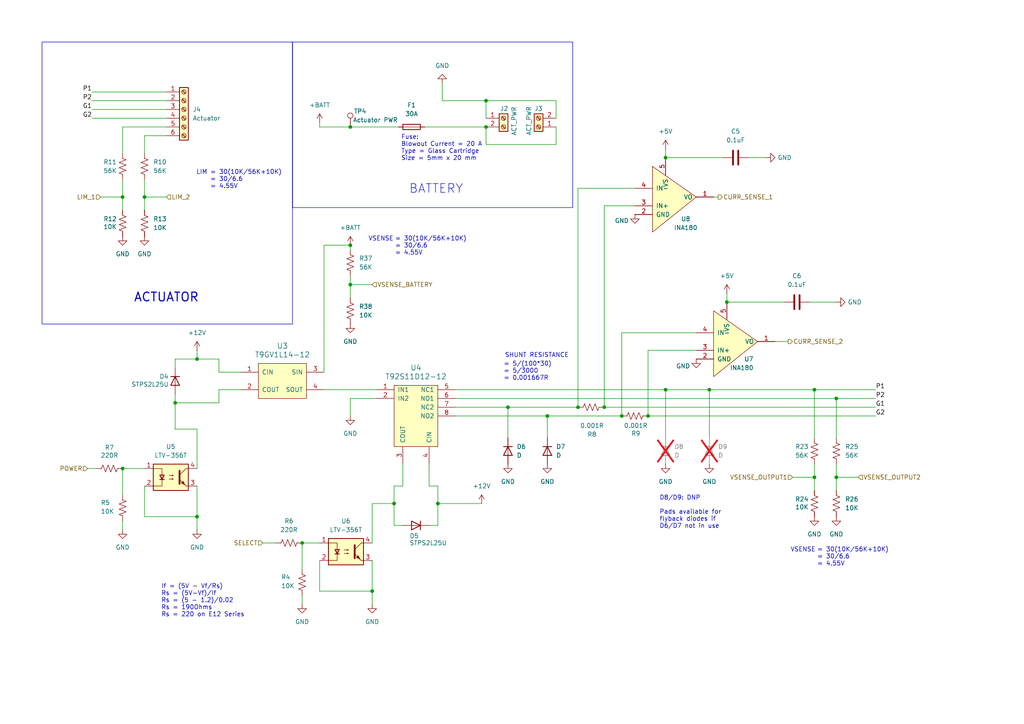
<source format=kicad_sch>
(kicad_sch (version 20231120) (generator "eeschema") (generator_version "8.0")
  (paper "A4")
  (lib_symbols
    (symbol "Connector:Screw_Terminal_01x02" (pin_names (offset 1.016) hide)
      (property "Reference" "J" (at 0 2.54 0))
      (property "Value" "Screw_Terminal_01x02" (at 0 -5.08 0))
      (symbol "Screw_Terminal_01x02_1_1"
        (rectangle (start -1.27 1.27) (end 1.27 -3.81) (stroke (width 0.254)) (fill (type background)))
        (circle (center 0 -2.54) (radius 0.635) (stroke (width 0.1524)))
        (polyline (pts (xy -0.5334 -2.2098) (xy 0.3302 -3.048)) (stroke (width 0.1524)))
        (polyline (pts (xy -0.5334 0.3302) (xy 0.3302 -0.508)) (stroke (width 0.1524)))
        (polyline (pts (xy -0.3556 -2.032) (xy 0.508 -2.8702)) (stroke (width 0.1524)))
        (polyline (pts (xy -0.3556 0.508) (xy 0.508 -0.3302)) (stroke (width 0.1524)))
        (circle (center 0 0) (radius 0.635) (stroke (width 0.1524)))
        (pin passive line (at -5.08 0 0) (length 3.81) (name "Pin_1") (number "1"))
        (pin passive line (at -5.08 -2.54 0) (length 3.81) (name "Pin_2") (number "2"))
      )
    )
    (symbol "Connector:Screw_Terminal_01x06" (pin_names (offset 1.016) hide)
      (property "Reference" "J" (at 0 7.62 0))
      (property "Value" "Screw_Terminal_01x06" (at 0 -10.16 0))
      (symbol "Screw_Terminal_01x06_1_1"
        (rectangle (start -1.27 6.35) (end 1.27 -8.89) (stroke (width 0.254)) (fill (type background)))
        (circle (center 0 -7.62) (radius 0.635) (stroke (width 0.1524)))
        (circle (center 0 -5.08) (radius 0.635) (stroke (width 0.1524)))
        (circle (center 0 -2.54) (radius 0.635) (stroke (width 0.1524)))
        (polyline (pts (xy -0.5334 -7.2898) (xy 0.3302 -8.128)) (stroke (width 0.1524)))
        (polyline (pts (xy -0.5334 -4.7498) (xy 0.3302 -5.588)) (stroke (width 0.1524)))
        (polyline (pts (xy -0.5334 -2.2098) (xy 0.3302 -3.048)) (stroke (width 0.1524)))
        (polyline (pts (xy -0.5334 0.3302) (xy 0.3302 -0.508)) (stroke (width 0.1524)))
        (polyline (pts (xy -0.5334 2.8702) (xy 0.3302 2.032)) (stroke (width 0.1524)))
        (polyline (pts (xy -0.5334 5.4102) (xy 0.3302 4.572)) (stroke (width 0.1524)))
        (polyline (pts (xy -0.3556 -7.112) (xy 0.508 -7.9502)) (stroke (width 0.1524)))
        (polyline (pts (xy -0.3556 -4.572) (xy 0.508 -5.4102)) (stroke (width 0.1524)))
        (polyline (pts (xy -0.3556 -2.032) (xy 0.508 -2.8702)) (stroke (width 0.1524)))
        (polyline (pts (xy -0.3556 0.508) (xy 0.508 -0.3302)) (stroke (width 0.1524)))
        (polyline (pts (xy -0.3556 3.048) (xy 0.508 2.2098)) (stroke (width 0.1524)))
        (polyline (pts (xy -0.3556 5.588) (xy 0.508 4.7498)) (stroke (width 0.1524)))
        (circle (center 0 0) (radius 0.635) (stroke (width 0.1524)))
        (circle (center 0 2.54) (radius 0.635) (stroke (width 0.1524)))
        (circle (center 0 5.08) (radius 0.635) (stroke (width 0.1524)))
        (pin passive line (at -5.08 5.08 0) (length 3.81) (name "Pin_1") (number "1"))
        (pin passive line (at -5.08 2.54 0) (length 3.81) (name "Pin_2") (number "2"))
        (pin passive line (at -5.08 0 0) (length 3.81) (name "Pin_3") (number "3"))
        (pin passive line (at -5.08 -2.54 0) (length 3.81) (name "Pin_4") (number "4"))
        (pin passive line (at -5.08 -5.08 0) (length 3.81) (name "Pin_5") (number "5"))
        (pin passive line (at -5.08 -7.62 0) (length 3.81) (name "Pin_6") (number "6"))
      )
    )
    (symbol "Connector:TestPoint" (pin_numbers hide) (pin_names (offset 0.762) hide)
      (property "Reference" "TP" (at 0 6.858 0))
      (property "Value" "TestPoint" (at 0 5.08 0))
      (symbol "TestPoint_0_1"
        (circle (center 0 3.302) (radius 0.762))
      )
      (symbol "TestPoint_1_1"
        (pin passive line (at 0 0 90) (length 2.54) (name "1") (number "1"))
      )
    )
    (symbol "Device:C" (pin_numbers hide) (pin_names (offset 0.254))
      (property "Reference" "C" (at 0.635 2.54 0))
      (property "Value" "C" (at 0.635 -2.54 0))
      (symbol "C_0_1"
        (polyline (pts (xy -2.032 -0.762) (xy 2.032 -0.762)) (stroke (width 0.508)))
        (polyline (pts (xy -2.032 0.762) (xy 2.032 0.762)) (stroke (width 0.508)))
      )
      (symbol "C_1_1"
        (pin passive line (at 0 3.81 270) (length 2.794) (name "~") (number "1"))
        (pin passive line (at 0 -3.81 90) (length 2.794) (name "~") (number "2"))
      )
    )
    (symbol "Device:D" (pin_numbers hide) (pin_names (offset 1.016) hide)
      (property "Reference" "D" (at 0 2.54 0))
      (property "Value" "D" (at 0 -2.54 0))
      (symbol "D_0_1"
        (polyline (pts (xy -1.27 1.27) (xy -1.27 -1.27)) (stroke (width 0.254)))
        (polyline (pts (xy 1.27 0) (xy -1.27 0)))
        (polyline (pts (xy 1.27 1.27) (xy 1.27 -1.27) (xy -1.27 0) (xy 1.27 1.27)) (stroke (width 0.254)))
      )
      (symbol "D_1_1"
        (pin passive line (at -3.81 0 0) (length 2.54) (name "K") (number "1"))
        (pin passive line (at 3.81 0 180) (length 2.54) (name "A") (number "2"))
      )
    )
    (symbol "Device:Fuse" (pin_numbers hide) (pin_names (offset 0))
      (property "Reference" "F" (at 2.032 0 90))
      (property "Value" "Fuse" (at -1.905 0 90))
      (symbol "Fuse_0_1"
        (rectangle (start -0.762 -2.54) (end 0.762 2.54) (stroke (width 0.254)))
        (polyline (pts (xy 0 2.54) (xy 0 -2.54)))
      )
      (symbol "Fuse_1_1"
        (pin passive line (at 0 3.81 270) (length 1.27) (name "~") (number "1"))
        (pin passive line (at 0 -3.81 90) (length 1.27) (name "~") (number "2"))
      )
    )
    (symbol "Device:R_US" (pin_numbers hide) (pin_names (offset 0))
      (property "Reference" "R" (at 2.54 0 90))
      (property "Value" "R_US" (at -2.54 0 90))
      (symbol "R_US_0_1"
        (polyline (pts (xy 0 -2.286) (xy 0 -2.54)))
        (polyline (pts (xy 0 2.286) (xy 0 2.54)))
        (polyline (pts (xy 0 -0.762) (xy 1.016 -1.143) (xy 0 -1.524) (xy -1.016 -1.905) (xy 0 -2.286)))
        (polyline (pts (xy 0 0.762) (xy 1.016 0.381) (xy 0 0) (xy -1.016 -0.381) (xy 0 -0.762)))
        (polyline (pts (xy 0 2.286) (xy 1.016 1.905) (xy 0 1.524) (xy -1.016 1.143) (xy 0 0.762)))
      )
      (symbol "R_US_1_1"
        (pin passive line (at 0 3.81 270) (length 1.27) (name "~") (number "1"))
        (pin passive line (at 0 -3.81 90) (length 1.27) (name "~") (number "2"))
      )
    )
    (symbol "Isolator:LTV-356T" (pin_names (offset 1.016))
      (property "Reference" "U" (at -5.334 4.826 0))
      (property "Value" "LTV-356T" (at 0 5.08 0))
      (symbol "LTV-356T_0_1"
        (rectangle (start -5.08 3.81) (end 5.08 -3.81) (stroke (width 0.254)) (fill (type background)))
        (polyline (pts (xy -3.175 -0.635) (xy -1.905 -0.635)) (stroke (width 0.254)))
        (polyline (pts (xy 2.54 0.635) (xy 4.445 2.54)))
        (polyline (pts (xy 4.445 -2.54) (xy 2.54 -0.635)) (fill (type outline)))
        (polyline (pts (xy 4.445 -2.54) (xy 5.08 -2.54)))
        (polyline (pts (xy 4.445 2.54) (xy 5.08 2.54)))
        (polyline (pts (xy -5.08 2.54) (xy -2.54 2.54) (xy -2.54 -0.762)))
        (polyline (pts (xy -2.54 -0.635) (xy -2.54 -2.54) (xy -5.08 -2.54)))
        (polyline (pts (xy 2.54 1.905) (xy 2.54 -1.905) (xy 2.54 -1.905)) (stroke (width 0.508)))
        (polyline (pts (xy -2.54 -0.635) (xy -3.175 0.635) (xy -1.905 0.635) (xy -2.54 -0.635)) (stroke (width 0.254)))
        (polyline (pts (xy -0.508 -0.508) (xy 0.762 -0.508) (xy 0.381 -0.635) (xy 0.381 -0.381) (xy 0.762 -0.508)))
        (polyline (pts (xy -0.508 0.508) (xy 0.762 0.508) (xy 0.381 0.381) (xy 0.381 0.635) (xy 0.762 0.508)))
        (polyline (pts (xy 3.048 -1.651) (xy 3.556 -1.143) (xy 4.064 -2.159) (xy 3.048 -1.651) (xy 3.048 -1.651)) (fill (type outline)))
      )
      (symbol "LTV-356T_1_1"
        (pin passive line (at -7.62 2.54 0) (length 2.54) (name "~") (number "1"))
        (pin passive line (at -7.62 -2.54 0) (length 2.54) (name "~") (number "2"))
        (pin passive line (at 7.62 -2.54 180) (length 2.54) (name "~") (number "3"))
        (pin passive line (at 7.62 2.54 180) (length 2.54) (name "~") (number "4"))
      )
    )
    (symbol "canhw:INA180" (pin_names (offset 1.016))
      (property "Reference" "U" (at -5.08 13.97 0))
      (property "Value" "INA180" (at -11.43 15.24 0))
      (symbol "INA180_0_1"
        (polyline (pts (xy 5.08 0) (xy -7.62 8.89)))
        (polyline (pts (xy -7.62 8.89) (xy -7.62 -10.16) (xy 5.08 0)) (fill (type background)))
      )
      (symbol "INA180_1_1"
        (pin output line (at 10.16 0 180) (length 5.08) (name "VO") (number "1"))
        (pin power_in line (at -12.7 -5.08 0) (length 5.08) (name "GND") (number "2"))
        (pin input line (at -12.7 -2.54 0) (length 5.08) (name "IN+") (number "3"))
        (pin input line (at -12.7 2.54 0) (length 5.08) (name "IN-") (number "4"))
        (pin power_in line (at -3.81 11.43 270) (length 5.08) (name "VS") (number "5"))
      )
    )
    (symbol "power:+12V" (power) (pin_numbers hide) (pin_names (offset 0) hide)
      (property "Value" "+12V" (at 0 3.556 0))
      (symbol "+12V_0_1"
        (polyline (pts (xy -0.762 1.27) (xy 0 2.54)))
        (polyline (pts (xy 0 0) (xy 0 2.54)))
        (polyline (pts (xy 0 2.54) (xy 0.762 1.27)))
      )
      (symbol "+12V_1_1"
        (pin power_in line (at 0 0 90) (length 0) (name "~") (number "1"))
      )
    )
    (symbol "power:+5V" (power) (pin_numbers hide) (pin_names (offset 0) hide)
      (property "Value" "+5V" (at 0 3.556 0))
      (symbol "+5V_0_1"
        (polyline (pts (xy -0.762 1.27) (xy 0 2.54)))
        (polyline (pts (xy 0 0) (xy 0 2.54)))
        (polyline (pts (xy 0 2.54) (xy 0.762 1.27)))
      )
      (symbol "+5V_1_1"
        (pin power_in line (at 0 0 90) (length 0) (name "~") (number "1"))
      )
    )
    (symbol "power:+BATT" (power) (pin_numbers hide) (pin_names (offset 0) hide)
      (property "Value" "+BATT" (at 0 3.556 0))
      (symbol "+BATT_0_1"
        (polyline (pts (xy -0.762 1.27) (xy 0 2.54)))
        (polyline (pts (xy 0 0) (xy 0 2.54)))
        (polyline (pts (xy 0 2.54) (xy 0.762 1.27)))
      )
      (symbol "+BATT_1_1"
        (pin power_in line (at 0 0 90) (length 0) (name "~") (number "1"))
      )
    )
    (symbol "power:GND" (power) (pin_numbers hide) (pin_names (offset 0) hide)
      (property "Value" "GND" (at 0 -3.81 0))
      (symbol "GND_0_1"
        (polyline (pts (xy 0 0) (xy 0 -1.27) (xy 1.27 -1.27) (xy 0 -2.54) (xy -1.27 -1.27) (xy 0 -1.27)))
      )
      (symbol "GND_1_1"
        (pin power_in line (at 0 0 270) (length 0) (name "~") (number "1"))
      )
    )
    (symbol "relay_board:SPST_POWER_RELAY" (pin_names (offset 1.016))
      (property "Reference" "U3" (at -0.635 2.54 0))
      (property "Value" "SPST_POWER_RELAY" (at -0.635 0 0))
      (symbol "SPST_POWER_RELAY_1_1"
        (rectangle (start -7.62 -2.54) (end 6.35 -12.7) (fill (type background)))
        (pin input line (at -12.7 -5.08 0) (length 5.08) (name "CIN") (number "1"))
        (pin output line (at -12.7 -10.16 0) (length 5.08) (name "COUT") (number "2"))
        (pin input line (at 11.43 -5.08 180) (length 5.08) (name "SIN") (number "3"))
        (pin output line (at 11.43 -10.16 180) (length 5.08) (name "SOUT") (number "4"))
      )
    )
    (symbol "relay_board:dpdt_relay" (pin_names (offset 1.016))
      (property "Reference" "U4" (at 0 2.54 0))
      (property "Value" "dpdt_relay" (at 0 0 0))
      (symbol "dpdt_relay_1_1"
        (rectangle (start -6.35 -2.54) (end 6.35 -20.32) (fill (type background)))
        (pin input line (at -11.43 -3.81 0) (length 5.08) (name "IN1") (number "1"))
        (pin input line (at -11.43 -6.35 0) (length 5.08) (name "IN2") (number "2"))
        (pin input line (at -3.81 -25.4 90) (length 5.08) (name "COUT") (number "3"))
        (pin input line (at 3.81 -25.4 90) (length 5.08) (name "CIN") (number "4"))
        (pin input line (at 11.43 -3.81 180) (length 5.08) (name "NC1") (number "5"))
        (pin input line (at 11.43 -6.35 180) (length 5.08) (name "NO1") (number "6"))
        (pin input line (at 11.43 -8.89 180) (length 5.08) (name "NC2") (number "7"))
        (pin input line (at 11.43 -11.43 180) (length 5.08) (name "NO2") (number "8"))
      )
    )
  )
  (junction (at 147.32 118.11))
  (junction (at 180.34 120.65))
  (junction (at 50.8 116.84))
  (junction (at 140.97 36.83))
  (junction (at 101.6 36.83))
  (junction (at 193.04 45.72))
  (junction (at 114.3 146.05))
  (junction (at 57.15 149.86))
  (junction (at 242.57 138.43))
  (junction (at 127 146.05))
  (junction (at 35.56 57.15))
  (junction (at 236.22 113.03))
  (junction (at 107.95 171.45))
  (junction (at 101.6 82.55))
  (junction (at 87.63 157.48))
  (junction (at 175.26 118.11))
  (junction (at 158.75 120.65))
  (junction (at 41.91 57.15))
  (junction (at 236.22 138.43))
  (junction (at 210.82 87.63))
  (junction (at 167.64 118.11))
  (junction (at 57.15 104.14))
  (junction (at 187.96 120.65))
  (junction (at 193.04 113.03))
  (junction (at 242.57 115.57))
  (junction (at 35.56 135.89))
  (junction (at 101.6 71.12))
  (junction (at 205.74 113.03))
  (junction (at 140.97 29.21))
  (wire (pts (xy 158.75 120.65) (xy 180.34 120.65)))
  (wire (pts (xy 180.34 96.52) (xy 180.34 120.65)))
  (wire (pts (xy 63.5 104.14) (xy 63.5 107.95)))
  (wire (pts (xy 234.95 87.63) (xy 242.57 87.63)))
  (wire (pts (xy 132.08 120.65) (xy 158.75 120.65)))
  (wire (pts (xy 210.82 85.09) (xy 210.82 87.63)))
  (wire (pts (xy 217.17 45.72) (xy 222.25 45.72)))
  (wire (pts (xy 50.8 104.14) (xy 50.8 106.68)))
  (wire (pts (xy 57.15 124.46) (xy 57.15 135.89)))
  (wire (pts (xy 57.15 104.14) (xy 63.5 104.14)))
  (wire (pts (xy 132.08 118.11) (xy 147.32 118.11)))
  (wire (pts (xy 147.32 118.11) (xy 147.32 127)))
  (wire (pts (xy 50.8 116.84) (xy 50.8 124.46)))
  (wire (pts (xy 207.01 57.15) (xy 208.28 57.15)))
  (wire (pts (xy 161.29 41.91) (xy 140.97 41.91)))
  (wire (pts (xy 124.46 152.4) (xy 127 152.4)))
  (wire (pts (xy 140.97 34.29) (xy 140.97 29.21)))
  (wire (pts (xy 87.63 157.48) (xy 92.71 157.48)))
  (wire (pts (xy 93.98 113.03) (xy 109.22 113.03)))
  (wire (pts (xy 26.67 31.75) (xy 48.26 31.75)))
  (wire (pts (xy 35.56 135.89) (xy 41.91 135.89)))
  (wire (pts (xy 205.74 113.03) (xy 205.74 127)))
  (wire (pts (xy 25.4 135.89) (xy 27.94 135.89)))
  (wire (pts (xy 175.26 59.69) (xy 184.15 59.69)))
  (wire (pts (xy 50.8 116.84) (xy 63.5 116.84)))
  (wire (pts (xy 35.56 57.15) (xy 35.56 60.96)))
  (wire (pts (xy 140.97 36.83) (xy 123.19 36.83)))
  (wire (pts (xy 57.15 149.86) (xy 57.15 153.67)))
  (wire (pts (xy 127 146.05) (xy 127 140.97)))
  (wire (pts (xy 242.57 138.43) (xy 242.57 142.24)))
  (wire (pts (xy 41.91 57.15) (xy 48.26 57.15)))
  (wire (pts (xy 101.6 82.55) (xy 101.6 86.36)))
  (wire (pts (xy 26.67 34.29) (xy 48.26 34.29)))
  (wire (pts (xy 57.15 140.97) (xy 57.15 149.86)))
  (wire (pts (xy 114.3 152.4) (xy 116.84 152.4)))
  (wire (pts (xy 35.56 36.83) (xy 35.56 44.45)))
  (wire (pts (xy 224.79 99.06) (xy 228.6 99.06)))
  (wire (pts (xy 107.95 146.05) (xy 114.3 146.05)))
  (wire (pts (xy 187.96 101.6) (xy 187.96 120.65)))
  (wire (pts (xy 101.6 36.83) (xy 115.57 36.83)))
  (wire (pts (xy 242.57 115.57) (xy 242.57 127)))
  (wire (pts (xy 35.56 135.89) (xy 35.56 143.51)))
  (wire (pts (xy 93.98 71.12) (xy 101.6 71.12)))
  (wire (pts (xy 114.3 146.05) (xy 114.3 152.4)))
  (wire (pts (xy 147.32 118.11) (xy 167.64 118.11)))
  (wire (pts (xy 210.82 87.63) (xy 227.33 87.63)))
  (wire (pts (xy 236.22 134.62) (xy 236.22 138.43)))
  (wire (pts (xy 193.04 43.18) (xy 193.04 45.72)))
  (wire (pts (xy 140.97 29.21) (xy 161.29 29.21)))
  (wire (pts (xy 193.04 113.03) (xy 193.04 127)))
  (wire (pts (xy 101.6 80.01) (xy 101.6 82.55)))
  (wire (pts (xy 57.15 101.6) (xy 57.15 104.14)))
  (wire (pts (xy 76.2 157.48) (xy 80.01 157.48)))
  (wire (pts (xy 175.26 59.69) (xy 175.26 118.11)))
  (wire (pts (xy 92.71 35.56) (xy 92.71 36.83)))
  (wire (pts (xy 107.95 162.56) (xy 107.95 171.45)))
  (wire (pts (xy 101.6 82.55) (xy 107.95 82.55)))
  (wire (pts (xy 41.91 140.97) (xy 41.91 149.86)))
  (wire (pts (xy 114.3 140.97) (xy 116.84 140.97)))
  (wire (pts (xy 63.5 113.03) (xy 69.85 113.03)))
  (wire (pts (xy 193.04 113.03) (xy 205.74 113.03)))
  (wire (pts (xy 242.57 115.57) (xy 254 115.57)))
  (wire (pts (xy 180.34 96.52) (xy 201.93 96.52)))
  (wire (pts (xy 140.97 29.21) (xy 128.27 29.21)))
  (wire (pts (xy 29.21 57.15) (xy 35.56 57.15)))
  (wire (pts (xy 205.74 113.03) (xy 236.22 113.03)))
  (wire (pts (xy 127 140.97) (xy 124.46 140.97)))
  (wire (pts (xy 236.22 138.43) (xy 236.22 142.24)))
  (wire (pts (xy 114.3 146.05) (xy 114.3 140.97)))
  (wire (pts (xy 93.98 71.12) (xy 93.98 107.95)))
  (wire (pts (xy 236.22 113.03) (xy 236.22 127)))
  (wire (pts (xy 132.08 113.03) (xy 193.04 113.03)))
  (wire (pts (xy 87.63 172.72) (xy 87.63 175.26)))
  (wire (pts (xy 87.63 157.48) (xy 87.63 165.1)))
  (wire (pts (xy 229.87 138.43) (xy 236.22 138.43)))
  (wire (pts (xy 161.29 36.83) (xy 161.29 41.91)))
  (wire (pts (xy 41.91 52.07) (xy 41.91 57.15)))
  (wire (pts (xy 132.08 115.57) (xy 242.57 115.57)))
  (wire (pts (xy 41.91 39.37) (xy 41.91 44.45)))
  (wire (pts (xy 158.75 120.65) (xy 158.75 127)))
  (wire (pts (xy 101.6 72.39) (xy 101.6 71.12)))
  (wire (pts (xy 35.56 151.13) (xy 35.56 153.67)))
  (wire (pts (xy 242.57 134.62) (xy 242.57 138.43)))
  (wire (pts (xy 26.67 26.67) (xy 48.26 26.67)))
  (wire (pts (xy 175.26 118.11) (xy 254 118.11)))
  (wire (pts (xy 167.64 54.61) (xy 167.64 118.11)))
  (wire (pts (xy 167.64 54.61) (xy 184.15 54.61)))
  (wire (pts (xy 236.22 113.03) (xy 254 113.03)))
  (wire (pts (xy 127 152.4) (xy 127 146.05)))
  (wire (pts (xy 50.8 124.46) (xy 57.15 124.46)))
  (wire (pts (xy 127 146.05) (xy 139.7 146.05)))
  (wire (pts (xy 140.97 41.91) (xy 140.97 36.83)))
  (wire (pts (xy 35.56 52.07) (xy 35.56 57.15)))
  (wire (pts (xy 116.84 140.97) (xy 116.84 134.62)))
  (wire (pts (xy 48.26 39.37) (xy 41.91 39.37)))
  (wire (pts (xy 50.8 104.14) (xy 57.15 104.14)))
  (wire (pts (xy 92.71 36.83) (xy 101.6 36.83)))
  (wire (pts (xy 41.91 57.15) (xy 41.91 60.96)))
  (wire (pts (xy 101.6 115.57) (xy 101.6 120.65)))
  (wire (pts (xy 48.26 36.83) (xy 35.56 36.83)))
  (wire (pts (xy 107.95 171.45) (xy 107.95 175.26)))
  (wire (pts (xy 26.67 29.21) (xy 48.26 29.21)))
  (wire (pts (xy 63.5 107.95) (xy 69.85 107.95)))
  (wire (pts (xy 161.29 29.21) (xy 161.29 34.29)))
  (wire (pts (xy 41.91 149.86) (xy 57.15 149.86)))
  (wire (pts (xy 92.71 162.56) (xy 92.71 171.45)))
  (wire (pts (xy 109.22 115.57) (xy 101.6 115.57)))
  (wire (pts (xy 107.95 146.05) (xy 107.95 157.48)))
  (wire (pts (xy 128.27 24.13) (xy 128.27 29.21)))
  (wire (pts (xy 242.57 138.43) (xy 248.92 138.43)))
  (wire (pts (xy 193.04 45.72) (xy 209.55 45.72)))
  (wire (pts (xy 63.5 116.84) (xy 63.5 113.03)))
  (wire (pts (xy 124.46 140.97) (xy 124.46 134.62)))
  (wire (pts (xy 92.71 171.45) (xy 107.95 171.45)))
  (wire (pts (xy 187.96 120.65) (xy 254 120.65)))
  (wire (pts (xy 50.8 114.3) (xy 50.8 116.84)))
  (wire (pts (xy 187.96 101.6) (xy 201.93 101.6)))
  (rectangle (start 12.192 12.192) (end 84.836 93.98))
  (rectangle (start 84.836 12.192) (end 166.116 60.198))
  (text "If = (5V - Vf/Rs)\nRs = (5V-Vf)/If\nRs = (5 - 1.2)/0.02\nRs = 190Ohms\nRs = 220 on E12 Series" (at 46.736 174.244 0) (effects (font (size 1.27 1.27)) (justify left)))
  (text "= 5/(100*30)\n= 5/3000\n= 0.001667R" (at 146.05 107.696 0) (effects (font (size 1.27 1.27)) (justify left)))
  (text "LIM" (at 56.896 50.038 0) (effects (font (size 1.27 1.27)) (justify left)))
  (text "Fuse: \nBlowout Current = 20 A\nType = Glass Cartridge\nSize = 5mm x 20 mm" (at 116.332 42.926 0) (effects (font (size 1.27 1.27)) (justify left)))
  (text "SHUNT RESISTANCE" (at 155.702 103.124 0) (effects (font (size 1.27 1.27))))
  (text "VSENSE" (at 232.918 159.512 0) (effects (font (size 1.27 1.27))))
  (text "ACTUATOR" (at 48.26 86.36 0) (effects (font (size 2.54 2.54) (thickness 0.3175))))
  (text "D8/D9: DNP\n\nPads available for \nflyback diodes if \nD6/D7 not in use" (at 191.262 148.59 0) (effects (font (size 1.27 1.27)) (justify left)))
  (text "= 30(10K/56K+10K)\n= 30/6.6\n= 4.55V" (at 114.554 71.374 0) (effects (font (size 1.27 1.27)) (justify left)))
  (text "BATTERY" (at 126.492 54.864 0) (effects (font (size 2.54 2.54))))
  (text "= 30(10K/56K+10K)\n= 30/6.6\n= 4.55V" (at 60.96 52.07 0) (effects (font (size 1.27 1.27)) (justify left)))
  (text "VSENSE" (at 110.49 69.342 0) (effects (font (size 1.27 1.27))))
  (text "= 30(10K/56K+10K)\n= 30/6.6\n= 4.55V" (at 236.982 161.544 0) (effects (font (size 1.27 1.27)) (justify left)))
  (label "P2" (at 254 115.57 0))
  (label "G2" (at 26.67 34.29 180))
  (label "G2" (at 254 120.65 0))
  (label "P2" (at 26.67 29.21 180))
  (label "P1" (at 26.67 26.67 180))
  (label "P1" (at 254 113.03 0))
  (label "G1" (at 26.67 31.75 180))
  (label "G1" (at 254 118.11 0))
  (hierarchical_label "POWER" (shape input) (at 25.4 135.89 180))
  (hierarchical_label "LIM_2" (shape input) (at 48.26 57.15 0))
  (hierarchical_label "VSENSE_OUTPUT2" (shape input) (at 248.92 138.43 0))
  (hierarchical_label "CURR_SENSE_2" (shape output) (at 228.6 99.06 0))
  (hierarchical_label "SELECT" (shape input) (at 76.2 157.48 180))
  (hierarchical_label "VSENSE_OUTPUT1" (shape input) (at 229.87 138.43 180))
  (hierarchical_label "LIM_1" (shape input) (at 29.21 57.15 180))
  (hierarchical_label "CURR_SENSE_1" (shape output) (at 208.28 57.15 0))
  (hierarchical_label "VSENSE_BATTERY" (shape input) (at 107.95 82.55 0))
  (symbol (lib_id "power:GND") (at 101.6 93.98 0) (unit 1)
    (property "Reference" "#PWR073" (effects (hide yes)))
    (property "Value" "GND" (at 101.6 99.06 0))
    (property "Description" "Power symbol creates a global label with name \"GND\" , ground" (effects (hide yes)))
  )
  (symbol (lib_id "Connector:TestPoint") (at 101.6 36.83 0) (unit 1)
    (property "Reference" "TP4" (at 102.616 32.258 0) (effects (justify left)))
    (property "Value" "Actuator PWR" (at 102.362 34.798 0) (effects (justify left)))
    (property "Footprint" "TestPoint:TestPoint_Keystone_5000-5004_Miniature" (effects (hide yes)))
    (property "Description" "test point" (effects (hide yes)))
  )
  (symbol (lib_id "power:+12V") (at 57.15 101.6 0) (unit 1)
    (property "Reference" "#PWR053" (effects (hide yes)))
    (property "Value" "+12V" (at 57.15 96.52 0))
    (property "Description" "Power symbol creates a global label with name \"+12V\"" (effects (hide yes)))
  )
  (symbol (lib_id "Device:R_US") (at 101.6 90.17 180) (unit 1)
    (property "Reference" "R38" (at 104.14 88.8999 0) (effects (justify right)))
    (property "Value" "10K" (at 104.14 91.44 0) (effects (justify right)))
    (property "Footprint" "Resistor_SMD:R_0805_2012Metric_Pad1.20x1.40mm_HandSolder" (effects (hide yes)))
    (property "Description" "Resistor, US symbol" (effects (hide yes)))
  )
  (symbol (lib_id "relay_board:dpdt_relay") (at 120.65 109.22 0) (unit 1)
    (property "Reference" "U4" (at 120.65 106.68 0) (effects (font (size 1.524 1.524))))
    (property "Value" "T92S11D12-12" (at 120.65 109.22 0) (effects (font (size 1.524 1.524))))
    (property "Footprint" "footprints:RELAY8-T92-MODULE" (effects (hide yes)))
  )
  (symbol (lib_id "power:GND") (at 242.57 87.63 90) (unit 1)
    (property "Reference" "#PWR035" (effects (hide yes)))
    (property "Value" "GND" (at 247.904 87.63 90))
    (property "Description" "Power symbol creates a global label with name \"GND\" , ground" (effects (hide yes)))
  )
  (symbol (lib_id "Device:C") (at 213.36 45.72 90) (unit 1)
    (property "Reference" "C5" (at 213.36 38.1 90))
    (property "Value" "0.1uF" (at 213.36 40.64 90))
    (property "Footprint" "Capacitor_SMD:C_0805_2012Metric_Pad1.18x1.45mm_HandSolder" (effects (hide yes)))
    (property "Description" "Unpolarized capacitor" (effects (hide yes)))
  )
  (symbol (lib_id "canhw:INA180") (at 196.85 57.15 0) (unit 1)
    (property "Reference" "U8" (at 198.882 63.5 0))
    (property "Value" "INA180" (at 198.882 66.04 0))
    (property "Footprint" "Package_TO_SOT_SMD:SOT-23-5_HandSoldering" (effects (hide yes)))
  )
  (symbol (lib_id "Device:R_US") (at 41.91 48.26 180) (unit 1)
    (property "Reference" "R10" (at 44.45 46.9899 0) (effects (justify right)))
    (property "Value" "56K" (at 44.45 49.5299 0) (effects (justify right)))
    (property "Footprint" "Resistor_SMD:R_0805_2012Metric_Pad1.20x1.40mm_HandSolder" (effects (hide yes)))
    (property "Description" "Resistor, US symbol" (effects (hide yes)))
  )
  (symbol (lib_id "Device:Fuse") (at 119.38 36.83 90) (unit 1)
    (property "Reference" "F1" (at 119.38 30.48 90))
    (property "Value" "30A" (at 119.38 33.02 90))
    (property "Footprint" "footprints:3557-10_KEY" (effects (hide yes)))
    (property "Description" "Fuse" (effects (hide yes)))
  )
  (symbol (lib_id "Device:R_US") (at 242.57 130.81 180) (unit 1)
    (property "Reference" "R25" (at 245.11 129.5399 0) (effects (justify right)))
    (property "Value" "56K" (at 245.11 132.0799 0) (effects (justify right)))
    (property "Footprint" "Resistor_SMD:R_0805_2012Metric_Pad1.20x1.40mm_HandSolder" (effects (hide yes)))
    (property "Description" "Resistor, US symbol" (effects (hide yes)))
  )
  (symbol (lib_id "Device:R_US") (at 242.57 146.05 180) (unit 1)
    (property "Reference" "R26" (at 245.11 144.7799 0) (effects (justify right)))
    (property "Value" "10K" (at 245.11 147.32 0) (effects (justify right)))
    (property "Footprint" "Resistor_SMD:R_0805_2012Metric_Pad1.20x1.40mm_HandSolder" (effects (hide yes)))
    (property "Description" "Resistor, US symbol" (effects (hide yes)))
  )
  (symbol (lib_id "Device:R_US") (at 171.45 118.11 90) (unit 1)
    (property "Reference" "R8" (at 171.704 125.984 90))
    (property "Value" "0.001R" (at 171.704 123.444 90))
    (property "Footprint" "Resistor_SMD:R_0805_2012Metric_Pad1.20x1.40mm_HandSolder" (effects (hide yes)))
    (property "Description" "Resistor, US symbol" (effects (hide yes)))
  )
  (symbol (lib_id "power:GND") (at 201.93 104.14 0) (unit 1)
    (property "Reference" "#PWR030" (effects (hide yes)))
    (property "Value" "GND" (at 198.12 106.172 0))
    (property "Description" "Power symbol creates a global label with name \"GND\" , ground" (effects (hide yes)))
  )
  (symbol (lib_id "Device:R_US") (at 236.22 130.81 0) (unit 1)
    (property "Reference" "R23" (at 230.632 129.54 0) (effects (justify left)))
    (property "Value" "56K" (at 230.632 132.08 0) (effects (justify left)))
    (property "Footprint" "Resistor_SMD:R_0805_2012Metric_Pad1.20x1.40mm_HandSolder" (effects (hide yes)))
    (property "Description" "Resistor, US symbol" (effects (hide yes)))
  )
  (symbol (lib_id "power:GND") (at 205.74 134.62 0) (unit 1)
    (property "Reference" "#PWR029" (effects (hide yes)))
    (property "Value" "GND" (at 205.74 139.7 0))
    (property "Description" "Power symbol creates a global label with name \"GND\" , ground" (effects (hide yes)))
  )
  (symbol (lib_id "Device:C") (at 231.14 87.63 90) (unit 1)
    (property "Reference" "C6" (at 231.14 80.01 90))
    (property "Value" "0.1uF" (at 231.14 82.55 90))
    (property "Footprint" "Capacitor_SMD:C_0805_2012Metric_Pad1.18x1.45mm_HandSolder" (effects (hide yes)))
    (property "Description" "Unpolarized capacitor" (effects (hide yes)))
  )
  (symbol (lib_id "Connector:Screw_Terminal_01x06") (at 53.34 31.75 0) (unit 1)
    (property "Reference" "J4" (at 55.88 31.7499 0) (effects (justify left)))
    (property "Value" "Actuator" (at 55.88 34.2899 0) (effects (justify left)))
    (property "Footprint" "TerminalBlock_Phoenix:TerminalBlock_Phoenix_MKDS-1,5-6_1x06_P5.00mm_Horizontal" (effects (hide yes)))
    (property "Description" "Generic screw terminal, single row, 01x06, script generated (kicad-library-utils/schlib/autogen/connector/)" (effects (hide yes)))
  )
  (symbol (lib_id "Device:R_US") (at 35.56 147.32 0) (unit 1)
    (property "Reference" "R5" (at 29.21 145.796 0) (effects (justify left)))
    (property "Value" "10K" (at 29.21 148.336 0) (effects (justify left)))
    (property "Footprint" "Resistor_SMD:R_0805_2012Metric_Pad1.20x1.40mm_HandSolder" (effects (hide yes)))
    (property "Description" "Resistor, US symbol" (effects (hide yes)))
  )
  (symbol (lib_id "Device:R_US") (at 83.82 157.48 90) (unit 1)
    (property "Reference" "R6" (at 83.82 151.13 90))
    (property "Value" "220R" (at 83.82 153.67 90))
    (property "Footprint" "Resistor_SMD:R_0805_2012Metric_Pad1.20x1.40mm_HandSolder" (effects (hide yes)))
    (property "Description" "Resistor, US symbol" (effects (hide yes)))
  )
  (symbol (lib_id "power:GND") (at 35.56 153.67 0) (unit 1)
    (property "Reference" "#PWR020" (effects (hide yes)))
    (property "Value" "GND" (at 35.56 158.75 0))
    (property "Description" "Power symbol creates a global label with name \"GND\" , ground" (effects (hide yes)))
  )
  (symbol (lib_id "power:+12V") (at 139.7 146.05 0) (unit 1)
    (property "Reference" "#PWR023" (effects (hide yes)))
    (property "Value" "+12V" (at 139.7 140.97 0))
    (property "Description" "Power symbol creates a global label with name \"+12V\"" (effects (hide yes)))
  )
  (symbol (lib_id "power:GND") (at 222.25 45.72 90) (unit 1)
    (property "Reference" "#PWR034" (effects (hide yes)))
    (property "Value" "GND" (at 227.584 45.72 90))
    (property "Description" "Power symbol creates a global label with name \"GND\" , ground" (effects (hide yes)))
  )
  (symbol (lib_id "power:+5V") (at 193.04 43.18 0) (unit 1)
    (property "Reference" "#PWR033" (effects (hide yes)))
    (property "Value" "+5V" (at 193.04 38.1 0))
    (property "Description" "Power symbol creates a global label with name \"+5V\"" (effects (hide yes)))
  )
  (symbol (lib_id "power:+BATT") (at 92.71 35.56 0) (unit 1)
    (property "Reference" "#PWR054" (effects (hide yes)))
    (property "Value" "+BATT" (at 92.71 30.48 0))
    (property "Description" "Power symbol creates a global label with name \"+BATT\"" (effects (hide yes)))
  )
  (symbol (lib_id "Device:R_US") (at 41.91 64.77 180) (unit 1)
    (property "Reference" "R13" (at 44.45 63.4999 0) (effects (justify right)))
    (property "Value" "10K" (at 44.45 66.04 0) (effects (justify right)))
    (property "Footprint" "Resistor_SMD:R_0805_2012Metric_Pad1.20x1.40mm_HandSolder" (effects (hide yes)))
    (property "Description" "Resistor, US symbol" (effects (hide yes)))
  )
  (symbol (lib_id "power:GND") (at 35.56 68.58 0) (unit 1)
    (property "Reference" "#PWR036" (effects (hide yes)))
    (property "Value" "GND" (at 35.56 73.66 0))
    (property "Description" "Power symbol creates a global label with name \"GND\" , ground" (effects (hide yes)))
  )
  (symbol (lib_id "power:+BATT") (at 101.6 71.12 0) (unit 1)
    (property "Reference" "#PWR017" (effects (hide yes)))
    (property "Value" "+BATT" (at 101.6 66.04 0))
    (property "Description" "Power symbol creates a global label with name \"+BATT\"" (effects (hide yes)))
  )
  (symbol (lib_id "Device:R_US") (at 31.75 135.89 90) (unit 1)
    (property "Reference" "R7" (at 31.75 129.794 90))
    (property "Value" "220R" (at 31.75 132.08 90))
    (property "Footprint" "Resistor_SMD:R_0805_2012Metric_Pad1.20x1.40mm_HandSolder" (effects (hide yes)))
    (property "Description" "Resistor, US symbol" (effects (hide yes)))
  )
  (symbol (lib_id "Connector:Screw_Terminal_01x02") (at 146.05 34.29 0) (unit 1)
    (property "Reference" "J2" (at 145.034 31.496 0) (effects (justify left)))
    (property "Value" "ACT_PWR" (at 149.098 39.37 90) (effects (justify left)))
    (property "Footprint" "TerminalBlock_Phoenix:TerminalBlock_Phoenix_MKDS-1,5-2-5.08_1x02_P5.08mm_Horizontal" (effects (hide yes)))
    (property "Description" "Generic screw terminal, single row, 01x02, script generated (kicad-library-utils/schlib/autogen/connector/)" (effects (hide yes)))
  )
  (symbol (lib_id "Isolator:LTV-356T") (at 49.53 138.43 0) (unit 1)
    (property "Reference" "U5" (at 49.53 129.54 0))
    (property "Value" "LTV-356T" (at 49.53 132.08 0))
    (property "Footprint" "Package_SO:SO-4_4.4x3.6mm_P2.54mm" (effects (hide yes)))
    (property "Datasheet" "http://optoelectronics.liteon.com/upload/download/DS70-2001-010/S_110_LTV-356T%2020140520.pdf" (effects (hide yes)))
    (property "Description" "DC Optocoupler, Vce 80V, CTR 50%, SO-4" (effects (hide yes)))
  )
  (symbol (lib_id "canhw:INA180") (at 214.63 99.06 0) (unit 1)
    (property "Reference" "U7" (at 217.17 104.14 0))
    (property "Value" "INA180" (at 215.138 106.68 0))
    (property "Footprint" "Package_TO_SOT_SMD:SOT-23-5_HandSoldering" (effects (hide yes)))
  )
  (symbol (lib_id "Device:R_US") (at 35.56 64.77 0) (unit 1)
    (property "Reference" "R12" (at 29.972 63.5 0) (effects (justify left)))
    (property "Value" "10K" (at 29.972 65.786 0) (effects (justify left)))
    (property "Footprint" "Resistor_SMD:R_0805_2012Metric_Pad1.20x1.40mm_HandSolder" (effects (hide yes)))
    (property "Description" "Resistor, US symbol" (effects (hide yes)))
  )
  (symbol (lib_id "power:GND") (at 147.32 134.62 0) (unit 1)
    (property "Reference" "#PWR026" (effects (hide yes)))
    (property "Value" "GND" (at 147.32 139.7 0))
    (property "Description" "Power symbol creates a global label with name \"GND\" , ground" (effects (hide yes)))
  )
  (symbol (lib_id "power:GND") (at 128.27 24.13 180) (unit 1)
    (property "Reference" "#PWR025" (effects (hide yes)))
    (property "Value" "GND" (at 128.27 19.05 0))
    (property "Description" "Power symbol creates a global label with name \"GND\" , ground" (effects (hide yes)))
  )
  (symbol (lib_id "Device:D") (at 147.32 130.81 270) (unit 1)
    (property "Reference" "D6" (at 149.86 129.5399 90) (effects (justify left)))
    (property "Value" "D" (at 149.86 132.0799 90) (effects (justify left)))
    (property "Footprint" "Diode_SMD:D_SMB_Handsoldering" (effects (hide yes)))
    (property "Description" "Diode" (effects (hide yes)))
    (property "Sim.Device" "D" (effects (hide yes)))
    (property "Sim.Pins" "1=K 2=A" (effects (hide yes)))
  )
  (symbol (lib_id "relay_board:SPST_POWER_RELAY") (at 82.55 102.87 0) (unit 1)
    (property "Reference" "U3" (at 81.915 100.33 0) (effects (font (size 1.524 1.524))))
    (property "Value" "T9GV1L14-12" (at 81.915 102.87 0) (effects (font (size 1.524 1.524))))
    (property "Footprint" "footprints:T9GV1L1412" (effects (hide yes)))
  )
  (symbol (lib_id "power:GND") (at 57.15 153.67 0) (unit 1)
    (property "Reference" "#PWR019" (effects (hide yes)))
    (property "Value" "GND" (at 57.15 158.75 0))
    (property "Description" "Power symbol creates a global label with name \"GND\" , ground" (effects (hide yes)))
  )
  (symbol (lib_id "Device:R_US") (at 184.15 120.65 90) (unit 1)
    (property "Reference" "R9" (at 184.404 125.73 90))
    (property "Value" "0.001R" (at 184.404 123.444 90))
    (property "Footprint" "Resistor_SMD:R_0805_2012Metric_Pad1.20x1.40mm_HandSolder" (effects (hide yes)))
    (property "Description" "Resistor, US symbol" (effects (hide yes)))
  )
  (symbol (lib_id "Device:D") (at 205.74 130.81 270) (unit 1) (dnp yes)
    (property "Reference" "D9" (at 208.28 129.5399 90) (effects (justify left)))
    (property "Value" "D" (at 208.28 132.0799 90) (effects (justify left)))
    (property "Footprint" "Diode_SMD:D_SMB_Handsoldering" (effects (hide yes)))
    (property "Description" "Diode" (effects (hide yes)))
    (property "Sim.Device" "D" (effects (hide yes)))
    (property "Sim.Pins" "1=K 2=A" (effects (hide yes)))
  )
  (symbol (lib_id "power:GND") (at 184.15 62.23 0) (unit 1)
    (property "Reference" "#PWR031" (effects (hide yes)))
    (property "Value" "GND" (at 180.34 64.008 0))
    (property "Description" "Power symbol creates a global label with name \"GND\" , ground" (effects (hide yes)))
  )
  (symbol (lib_id "Device:R_US") (at 87.63 168.91 0) (unit 1)
    (property "Reference" "R4" (at 81.534 167.386 0) (effects (justify left)))
    (property "Value" "10K" (at 81.534 169.926 0) (effects (justify left)))
    (property "Footprint" "Resistor_SMD:R_0805_2012Metric_Pad1.20x1.40mm_HandSolder" (effects (hide yes)))
    (property "Description" "Resistor, US symbol" (effects (hide yes)))
  )
  (symbol (lib_id "Device:R_US") (at 101.6 76.2 180) (unit 1)
    (property "Reference" "R37" (at 104.14 74.9299 0) (effects (justify right)))
    (property "Value" "56K" (at 104.14 77.4699 0) (effects (justify right)))
    (property "Footprint" "Resistor_SMD:R_0805_2012Metric_Pad1.20x1.40mm_HandSolder" (effects (hide yes)))
    (property "Description" "Resistor, US symbol" (effects (hide yes)))
  )
  (symbol (lib_id "Device:R_US") (at 236.22 146.05 0) (unit 1)
    (property "Reference" "R24" (at 230.632 144.78 0) (effects (justify left)))
    (property "Value" "10K" (at 230.632 147.066 0) (effects (justify left)))
    (property "Footprint" "Resistor_SMD:R_0805_2012Metric_Pad1.20x1.40mm_HandSolder" (effects (hide yes)))
    (property "Description" "Resistor, US symbol" (effects (hide yes)))
  )
  (symbol (lib_id "power:GND") (at 87.63 175.26 0) (unit 1)
    (property "Reference" "#PWR021" (effects (hide yes)))
    (property "Value" "GND" (at 87.63 180.34 0))
    (property "Description" "Power symbol creates a global label with name \"GND\" , ground" (effects (hide yes)))
  )
  (symbol (lib_id "Connector:Screw_Terminal_01x02") (at 156.21 36.83 180) (unit 1)
    (property "Reference" "J3" (at 156.21 31.496 0))
    (property "Value" "ACT_PWR" (at 153.416 35.052 90))
    (property "Footprint" "TerminalBlock_Phoenix:TerminalBlock_Phoenix_MKDS-1,5-2-5.08_1x02_P5.08mm_Horizontal" (effects (hide yes)))
    (property "Description" "Generic screw terminal, single row, 01x02, script generated (kicad-library-utils/schlib/autogen/connector/)" (effects (hide yes)))
  )
  (symbol (lib_id "power:GND") (at 193.04 134.62 0) (unit 1)
    (property "Reference" "#PWR028" (effects (hide yes)))
    (property "Value" "GND" (at 193.04 139.7 0))
    (property "Description" "Power symbol creates a global label with name \"GND\" , ground" (effects (hide yes)))
  )
  (symbol (lib_id "Device:D") (at 158.75 130.81 270) (unit 1)
    (property "Reference" "D7" (at 161.29 129.5399 90) (effects (justify left)))
    (property "Value" "D" (at 161.29 132.0799 90) (effects (justify left)))
    (property "Footprint" "Diode_SMD:D_SMB_Handsoldering" (effects (hide yes)))
    (property "Description" "Diode" (effects (hide yes)))
    (property "Sim.Device" "D" (effects (hide yes)))
    (property "Sim.Pins" "1=K 2=A" (effects (hide yes)))
  )
  (symbol (lib_id "Device:D") (at 193.04 130.81 270) (unit 1) (dnp yes)
    (property "Reference" "D8" (at 195.58 129.5399 90) (effects (justify left)))
    (property "Value" "D" (at 195.58 132.0799 90) (effects (justify left)))
    (property "Footprint" "Diode_SMD:D_SMB_Handsoldering" (effects (hide yes)))
    (property "Description" "Diode" (effects (hide yes)))
    (property "Sim.Device" "D" (effects (hide yes)))
    (property "Sim.Pins" "1=K 2=A" (effects (hide yes)))
  )
  (symbol (lib_id "power:GND") (at 242.57 149.86 0) (unit 1)
    (property "Reference" "#PWR052" (effects (hide yes)))
    (property "Value" "GND" (at 242.57 154.94 0))
    (property "Description" "Power symbol creates a global label with name \"GND\" , ground" (effects (hide yes)))
  )
  (symbol (lib_id "power:GND") (at 236.22 149.86 0) (unit 1)
    (property "Reference" "#PWR051" (effects (hide yes)))
    (property "Value" "GND" (at 236.22 154.94 0))
    (property "Description" "Power symbol creates a global label with name \"GND\" , ground" (effects (hide yes)))
  )
  (symbol (lib_id "power:GND") (at 107.95 175.26 0) (unit 1)
    (property "Reference" "#PWR018" (effects (hide yes)))
    (property "Value" "GND" (at 107.95 180.34 0))
    (property "Description" "Power symbol creates a global label with name \"GND\" , ground" (effects (hide yes)))
  )
  (symbol (lib_id "Device:D") (at 50.8 110.49 270) (unit 1)
    (property "Reference" "D4" (at 46.228 109.22 90) (effects (justify left)))
    (property "Value" "STPS2L25U" (at 38.1 111.506 90) (effects (justify left)))
    (property "Footprint" "Diode_SMD:D_SMB_Handsoldering" (effects (hide yes)))
    (property "Description" "Diode" (effects (hide yes)))
    (property "Sim.Device" "D" (effects (hide yes)))
    (property "Sim.Pins" "1=K 2=A" (effects (hide yes)))
  )
  (symbol (lib_id "Device:R_US") (at 35.56 48.26 0) (unit 1)
    (property "Reference" "R11" (at 29.972 46.99 0) (effects (justify left)))
    (property "Value" "56K" (at 29.972 49.53 0) (effects (justify left)))
    (property "Footprint" "Resistor_SMD:R_0805_2012Metric_Pad1.20x1.40mm_HandSolder" (effects (hide yes)))
    (property "Description" "Resistor, US symbol" (effects (hide yes)))
  )
  (symbol (lib_id "Device:D") (at 120.65 152.4 180) (unit 1)
    (property "Reference" "D5" (at 120.142 155.448 0))
    (property "Value" "STPS2L25U" (at 124.206 157.48 0))
    (property "Footprint" "Diode_SMD:D_SMB_Handsoldering" (effects (hide yes)))
    (property "Description" "Diode" (effects (hide yes)))
    (property "Sim.Device" "D" (effects (hide yes)))
    (property "Sim.Pins" "1=K 2=A" (effects (hide yes)))
  )
  (symbol (lib_id "power:+5V") (at 210.82 85.09 0) (unit 1)
    (property "Reference" "#PWR032" (effects (hide yes)))
    (property "Value" "+5V" (at 210.82 80.01 0))
    (property "Description" "Power symbol creates a global label with name \"+5V\"" (effects (hide yes)))
  )
  (symbol (lib_id "power:GND") (at 101.6 120.65 0) (unit 1)
    (property "Reference" "#PWR024" (effects (hide yes)))
    (property "Value" "GND" (at 101.6 125.73 0))
    (property "Description" "Power symbol creates a global label with name \"GND\" , ground" (effects (hide yes)))
  )
  (symbol (lib_id "Isolator:LTV-356T") (at 100.33 160.02 0) (unit 1)
    (property "Reference" "U6" (at 100.33 151.13 0))
    (property "Value" "LTV-356T" (at 100.33 153.67 0))
    (property "Footprint" "Package_SO:SO-4_4.4x3.6mm_P2.54mm" (effects (hide yes)))
    (property "Datasheet" "http://optoelectronics.liteon.com/upload/download/DS70-2001-010/S_110_LTV-356T%2020140520.pdf" (effects (hide yes)))
    (property "Description" "DC Optocoupler, Vce 80V, CTR 50%, SO-4" (effects (hide yes)))
  )
  (symbol (lib_id "power:GND") (at 41.91 68.58 0) (unit 1)
    (property "Reference" "#PWR037" (effects (hide yes)))
    (property "Value" "GND" (at 41.91 73.66 0))
    (property "Description" "Power symbol creates a global label with name \"GND\" , ground" (effects (hide yes)))
  )
  (symbol (lib_id "power:GND") (at 158.75 134.62 0) (unit 1)
    (property "Reference" "#PWR027" (effects (hide yes)))
    (property "Value" "GND" (at 158.75 139.7 0))
    (property "Description" "Power symbol creates a global label with name \"GND\" , ground" (effects (hide yes)))
  )
)
</source>
